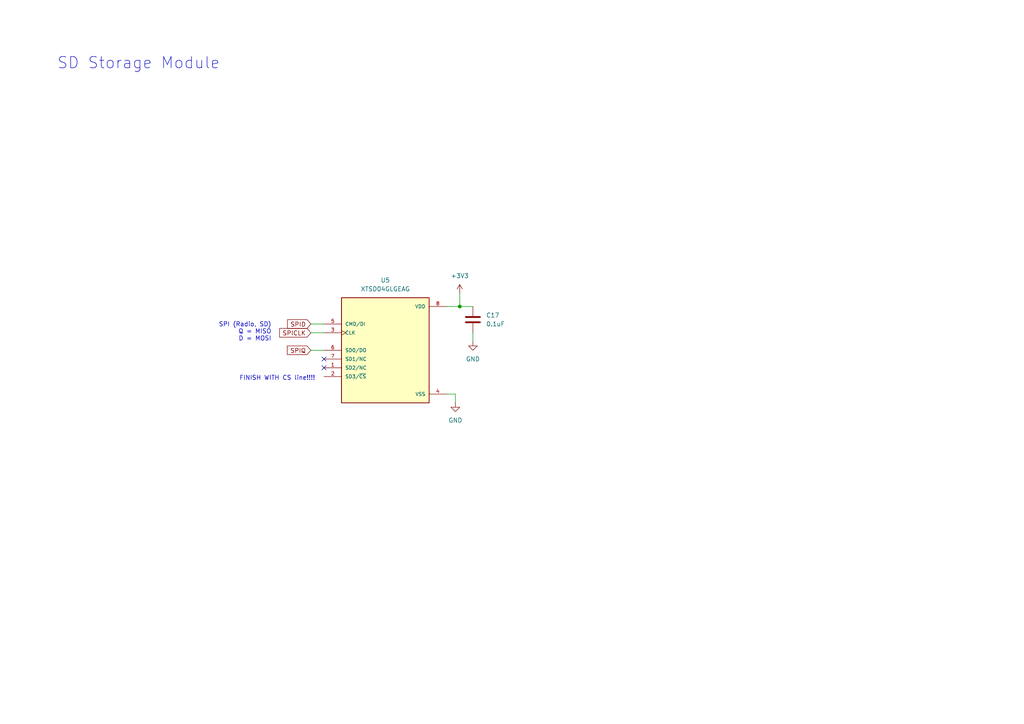
<source format=kicad_sch>
(kicad_sch (version 20230121) (generator eeschema)

  (uuid 8f909c02-8151-4447-a70a-796f68527247)

  (paper "A4")

  (lib_symbols
    (symbol "Device:C" (pin_numbers hide) (pin_names (offset 0.254)) (in_bom yes) (on_board yes)
      (property "Reference" "C" (at 0.635 2.54 0)
        (effects (font (size 1.27 1.27)) (justify left))
      )
      (property "Value" "C" (at 0.635 -2.54 0)
        (effects (font (size 1.27 1.27)) (justify left))
      )
      (property "Footprint" "" (at 0.9652 -3.81 0)
        (effects (font (size 1.27 1.27)) hide)
      )
      (property "Datasheet" "~" (at 0 0 0)
        (effects (font (size 1.27 1.27)) hide)
      )
      (property "ki_keywords" "cap capacitor" (at 0 0 0)
        (effects (font (size 1.27 1.27)) hide)
      )
      (property "ki_description" "Unpolarized capacitor" (at 0 0 0)
        (effects (font (size 1.27 1.27)) hide)
      )
      (property "ki_fp_filters" "C_*" (at 0 0 0)
        (effects (font (size 1.27 1.27)) hide)
      )
      (symbol "C_0_1"
        (polyline
          (pts
            (xy -2.032 -0.762)
            (xy 2.032 -0.762)
          )
          (stroke (width 0.508) (type default))
          (fill (type none))
        )
        (polyline
          (pts
            (xy -2.032 0.762)
            (xy 2.032 0.762)
          )
          (stroke (width 0.508) (type default))
          (fill (type none))
        )
      )
      (symbol "C_1_1"
        (pin passive line (at 0 3.81 270) (length 2.794)
          (name "~" (effects (font (size 1.27 1.27))))
          (number "1" (effects (font (size 1.27 1.27))))
        )
        (pin passive line (at 0 -3.81 90) (length 2.794)
          (name "~" (effects (font (size 1.27 1.27))))
          (number "2" (effects (font (size 1.27 1.27))))
        )
      )
    )
    (symbol "XTSD04GLGEAG:XTSD04GLGEAG" (pin_names (offset 1.016)) (in_bom yes) (on_board yes)
      (property "Reference" "U" (at -12.7 16.002 0)
        (effects (font (size 1.27 1.27)) (justify left bottom))
      )
      (property "Value" "XTSD04GLGEAG" (at -12.7 -17.78 0)
        (effects (font (size 1.27 1.27)) (justify left bottom))
      )
      (property "Footprint" "SON127P600X800X95-8N" (at 0 0 0)
        (effects (font (size 1.27 1.27)) (justify left bottom) hide)
      )
      (property "Datasheet" "" (at 0 0 0)
        (effects (font (size 1.27 1.27)) (justify left bottom) hide)
      )
      (property "MF" "XTX" (at 0 0 0)
        (effects (font (size 1.27 1.27)) (justify left bottom) hide)
      )
      (property "MAXIMUM_PACKAGE_HEIGHT" "0.95 mm" (at 0 0 0)
        (effects (font (size 1.27 1.27)) (justify left bottom) hide)
      )
      (property "Package" "Package" (at 0 0 0)
        (effects (font (size 1.27 1.27)) (justify left bottom) hide)
      )
      (property "Price" "None" (at 0 0 0)
        (effects (font (size 1.27 1.27)) (justify left bottom) hide)
      )
      (property "Check_prices" "https://www.snapeda.com/parts/XTSD04GLGEAG/XTX/view-part/?ref=eda" (at 0 0 0)
        (effects (font (size 1.27 1.27)) (justify left bottom) hide)
      )
      (property "STANDARD" "IPC-7351B" (at 0 0 0)
        (effects (font (size 1.27 1.27)) (justify left bottom) hide)
      )
      (property "PARTREV" "3.1" (at 0 0 0)
        (effects (font (size 1.27 1.27)) (justify left bottom) hide)
      )
      (property "SnapEDA_Link" "https://www.snapeda.com/parts/XTSD04GLGEAG/XTX/view-part/?ref=snap" (at 0 0 0)
        (effects (font (size 1.27 1.27)) (justify left bottom) hide)
      )
      (property "MP" "XTSD04GLGEAG" (at 0 0 0)
        (effects (font (size 1.27 1.27)) (justify left bottom) hide)
      )
      (property "Description" "\\nFlash Memory Card 4Gbit 2.7V to 3.6V SD Card 8-Pin LGA\\n" (at 0 0 0)
        (effects (font (size 1.27 1.27)) (justify left bottom) hide)
      )
      (property "MANUFACTURER" "XTX" (at 0 0 0)
        (effects (font (size 1.27 1.27)) (justify left bottom) hide)
      )
      (property "Availability" "Not in stock" (at 0 0 0)
        (effects (font (size 1.27 1.27)) (justify left bottom) hide)
      )
      (property "SNAPEDA_PN" "XTSD04GLGEAG" (at 0 0 0)
        (effects (font (size 1.27 1.27)) (justify left bottom) hide)
      )
      (property "ki_locked" "" (at 0 0 0)
        (effects (font (size 1.27 1.27)))
      )
      (symbol "XTSD04GLGEAG_0_0"
        (rectangle (start -12.7 -15.24) (end 12.7 15.24)
          (stroke (width 0.254) (type solid))
          (fill (type background))
        )
        (pin bidirectional line (at -17.78 -5.08 0) (length 5.08)
          (name "SD2/NC" (effects (font (size 1.016 1.016))))
          (number "1" (effects (font (size 1.016 1.016))))
        )
        (pin bidirectional line (at -17.78 -7.62 0) (length 5.08)
          (name "SD3/~{CS}" (effects (font (size 1.016 1.016))))
          (number "2" (effects (font (size 1.016 1.016))))
        )
        (pin input clock (at -17.78 5.08 0) (length 5.08)
          (name "CLK" (effects (font (size 1.016 1.016))))
          (number "3" (effects (font (size 1.016 1.016))))
        )
        (pin power_in line (at 17.78 -12.7 180) (length 5.08)
          (name "VSS" (effects (font (size 1.016 1.016))))
          (number "4" (effects (font (size 1.016 1.016))))
        )
        (pin input line (at -17.78 7.62 0) (length 5.08)
          (name "CMD/DI" (effects (font (size 1.016 1.016))))
          (number "5" (effects (font (size 1.016 1.016))))
        )
        (pin bidirectional line (at -17.78 0 0) (length 5.08)
          (name "SD0/DO" (effects (font (size 1.016 1.016))))
          (number "6" (effects (font (size 1.016 1.016))))
        )
        (pin bidirectional line (at -17.78 -2.54 0) (length 5.08)
          (name "SD1/NC" (effects (font (size 1.016 1.016))))
          (number "7" (effects (font (size 1.016 1.016))))
        )
        (pin power_in line (at 17.78 12.7 180) (length 5.08)
          (name "VDD" (effects (font (size 1.016 1.016))))
          (number "8" (effects (font (size 1.016 1.016))))
        )
      )
    )
    (symbol "power:+3V3" (power) (pin_names (offset 0)) (in_bom yes) (on_board yes)
      (property "Reference" "#PWR" (at 0 -3.81 0)
        (effects (font (size 1.27 1.27)) hide)
      )
      (property "Value" "+3V3" (at 0 3.556 0)
        (effects (font (size 1.27 1.27)))
      )
      (property "Footprint" "" (at 0 0 0)
        (effects (font (size 1.27 1.27)) hide)
      )
      (property "Datasheet" "" (at 0 0 0)
        (effects (font (size 1.27 1.27)) hide)
      )
      (property "ki_keywords" "global power" (at 0 0 0)
        (effects (font (size 1.27 1.27)) hide)
      )
      (property "ki_description" "Power symbol creates a global label with name \"+3V3\"" (at 0 0 0)
        (effects (font (size 1.27 1.27)) hide)
      )
      (symbol "+3V3_0_1"
        (polyline
          (pts
            (xy -0.762 1.27)
            (xy 0 2.54)
          )
          (stroke (width 0) (type default))
          (fill (type none))
        )
        (polyline
          (pts
            (xy 0 0)
            (xy 0 2.54)
          )
          (stroke (width 0) (type default))
          (fill (type none))
        )
        (polyline
          (pts
            (xy 0 2.54)
            (xy 0.762 1.27)
          )
          (stroke (width 0) (type default))
          (fill (type none))
        )
      )
      (symbol "+3V3_1_1"
        (pin power_in line (at 0 0 90) (length 0) hide
          (name "+3V3" (effects (font (size 1.27 1.27))))
          (number "1" (effects (font (size 1.27 1.27))))
        )
      )
    )
    (symbol "power:GND" (power) (pin_names (offset 0)) (in_bom yes) (on_board yes)
      (property "Reference" "#PWR" (at 0 -6.35 0)
        (effects (font (size 1.27 1.27)) hide)
      )
      (property "Value" "GND" (at 0 -3.81 0)
        (effects (font (size 1.27 1.27)))
      )
      (property "Footprint" "" (at 0 0 0)
        (effects (font (size 1.27 1.27)) hide)
      )
      (property "Datasheet" "" (at 0 0 0)
        (effects (font (size 1.27 1.27)) hide)
      )
      (property "ki_keywords" "global power" (at 0 0 0)
        (effects (font (size 1.27 1.27)) hide)
      )
      (property "ki_description" "Power symbol creates a global label with name \"GND\" , ground" (at 0 0 0)
        (effects (font (size 1.27 1.27)) hide)
      )
      (symbol "GND_0_1"
        (polyline
          (pts
            (xy 0 0)
            (xy 0 -1.27)
            (xy 1.27 -1.27)
            (xy 0 -2.54)
            (xy -1.27 -1.27)
            (xy 0 -1.27)
          )
          (stroke (width 0) (type default))
          (fill (type none))
        )
      )
      (symbol "GND_1_1"
        (pin power_in line (at 0 0 270) (length 0) hide
          (name "GND" (effects (font (size 1.27 1.27))))
          (number "1" (effects (font (size 1.27 1.27))))
        )
      )
    )
  )

  (junction (at 133.35 88.9) (diameter 0) (color 0 0 0 0)
    (uuid a4d336d2-bb79-40e6-884d-d84e033d1b64)
  )

  (no_connect (at 93.98 104.14) (uuid 51cdb33d-f675-4d7c-99c3-6fd92c2e58ba))
  (no_connect (at 93.98 106.68) (uuid d54f85ae-0a21-471f-ad7a-dcbaaa9b6a71))

  (wire (pts (xy 133.35 88.9) (xy 137.16 88.9))
    (stroke (width 0) (type default))
    (uuid 0adab864-837e-4bb2-81b1-d29018d381ec)
  )
  (wire (pts (xy 129.54 114.3) (xy 132.08 114.3))
    (stroke (width 0) (type default))
    (uuid 0d063222-f1bc-48f8-ab20-669d09bd8fc0)
  )
  (wire (pts (xy 133.35 85.09) (xy 133.35 88.9))
    (stroke (width 0) (type default))
    (uuid 273cc291-3540-4aa8-bb94-7a5b47b4adfc)
  )
  (wire (pts (xy 90.17 96.52) (xy 93.98 96.52))
    (stroke (width 0) (type default))
    (uuid 44c3bc0b-e2df-43c5-99c9-1939a92bf05d)
  )
  (wire (pts (xy 133.35 88.9) (xy 129.54 88.9))
    (stroke (width 0) (type default))
    (uuid 833659a5-1fae-43c4-ad25-70ce4f4b62c6)
  )
  (wire (pts (xy 137.16 96.52) (xy 137.16 99.06))
    (stroke (width 0) (type default))
    (uuid bc11b8a0-c715-4fb6-8a43-5107a99f5139)
  )
  (wire (pts (xy 90.17 93.98) (xy 93.98 93.98))
    (stroke (width 0) (type default))
    (uuid c844dfbc-1b44-4235-b64e-714876030755)
  )
  (wire (pts (xy 90.17 101.6) (xy 93.98 101.6))
    (stroke (width 0) (type default))
    (uuid dc37a474-afbb-448a-87df-7fe8cad2df19)
  )
  (wire (pts (xy 132.08 114.3) (xy 132.08 116.84))
    (stroke (width 0) (type default))
    (uuid e165f648-fea6-4cd1-a9fc-e9f6707fb63e)
  )

  (text "SD Storage Module" (at 16.51 20.32 0)
    (effects (font (size 3.27 3.27)) (justify left bottom))
    (uuid 3afe8baa-b941-4f21-a422-13373865c459)
  )
  (text "SPI (Radio, SD)\nQ = MISO\nD = MOSI\n" (at 78.74 99.06 0)
    (effects (font (size 1.27 1.27)) (justify right bottom))
    (uuid 542a75de-73b2-403e-89b8-b831d12ead5a)
  )
  (text "FINISH WITH CS line!!!!" (at 91.44 110.49 0)
    (effects (font (size 1.27 1.27)) (justify right bottom))
    (uuid 98f2f81c-fa5a-4307-a9a1-3c42dd3cd6de)
  )

  (global_label "SPID" (shape input) (at 90.17 93.98 180) (fields_autoplaced)
    (effects (font (size 1.27 1.27)) (justify right))
    (uuid 51d62335-635e-42e8-b926-cb4066473fc3)
    (property "Intersheetrefs" "${INTERSHEET_REFS}" (at 83.5641 93.98 0)
      (effects (font (size 1.27 1.27)) (justify right) hide)
    )
  )
  (global_label "SPIQ" (shape input) (at 90.17 101.6 180) (fields_autoplaced)
    (effects (font (size 1.27 1.27)) (justify right))
    (uuid 58505428-17be-4706-aa34-8a71351797d9)
    (property "Intersheetrefs" "${INTERSHEET_REFS}" (at 83.5036 101.6 0)
      (effects (font (size 1.27 1.27)) (justify right) hide)
    )
  )
  (global_label "SPICLK" (shape input) (at 90.17 96.52 180) (fields_autoplaced)
    (effects (font (size 1.27 1.27)) (justify right))
    (uuid 83fa5eb3-de69-43ca-bc50-4209c41b2821)
    (property "Intersheetrefs" "${INTERSHEET_REFS}" (at 81.266 96.52 0)
      (effects (font (size 1.27 1.27)) (justify right) hide)
    )
  )

  (symbol (lib_id "power:GND") (at 137.16 99.06 0) (unit 1)
    (in_bom yes) (on_board yes) (dnp no) (fields_autoplaced)
    (uuid 07a5864a-89e5-4933-a219-d8e237bd0dee)
    (property "Reference" "#PWR016" (at 137.16 105.41 0)
      (effects (font (size 1.27 1.27)) hide)
    )
    (property "Value" "GND" (at 137.16 104.14 0)
      (effects (font (size 1.27 1.27)))
    )
    (property "Footprint" "" (at 137.16 99.06 0)
      (effects (font (size 1.27 1.27)) hide)
    )
    (property "Datasheet" "" (at 137.16 99.06 0)
      (effects (font (size 1.27 1.27)) hide)
    )
    (pin "1" (uuid 0cb68715-9cba-4adb-8e4b-54aae6d70ef6))
    (instances
      (project "AvionicsV0"
        (path "/e63e39d7-6ac0-4ffd-8aa3-1841a4541b55/fe560797-7d9a-44b2-a446-e4f165a2bc7b"
          (reference "#PWR016") (unit 1)
        )
      )
    )
  )

  (symbol (lib_id "Device:C") (at 137.16 92.71 0) (unit 1)
    (in_bom yes) (on_board yes) (dnp no) (fields_autoplaced)
    (uuid 597871a0-3bfd-4f84-8ffa-bd1d7d4ab55d)
    (property "Reference" "C17" (at 140.97 91.44 0)
      (effects (font (size 1.27 1.27)) (justify left))
    )
    (property "Value" "0.1uF" (at 140.97 93.98 0)
      (effects (font (size 1.27 1.27)) (justify left))
    )
    (property "Footprint" "" (at 138.1252 96.52 0)
      (effects (font (size 1.27 1.27)) hide)
    )
    (property "Datasheet" "~" (at 137.16 92.71 0)
      (effects (font (size 1.27 1.27)) hide)
    )
    (pin "1" (uuid ea798b18-1659-4e22-8076-012c73daaa54))
    (pin "2" (uuid 650c9be5-6aeb-4913-ab33-6377a319c42f))
    (instances
      (project "AvionicsV0"
        (path "/e63e39d7-6ac0-4ffd-8aa3-1841a4541b55/fe560797-7d9a-44b2-a446-e4f165a2bc7b"
          (reference "C17") (unit 1)
        )
      )
    )
  )

  (symbol (lib_id "power:GND") (at 132.08 116.84 0) (unit 1)
    (in_bom yes) (on_board yes) (dnp no) (fields_autoplaced)
    (uuid 717a10a6-c18b-4af9-b593-de3de33145f1)
    (property "Reference" "#PWR014" (at 132.08 123.19 0)
      (effects (font (size 1.27 1.27)) hide)
    )
    (property "Value" "GND" (at 132.08 121.92 0)
      (effects (font (size 1.27 1.27)))
    )
    (property "Footprint" "" (at 132.08 116.84 0)
      (effects (font (size 1.27 1.27)) hide)
    )
    (property "Datasheet" "" (at 132.08 116.84 0)
      (effects (font (size 1.27 1.27)) hide)
    )
    (pin "1" (uuid 0c5c4685-5a9f-49d1-a75b-4cb7e0bbba90))
    (instances
      (project "AvionicsV0"
        (path "/e63e39d7-6ac0-4ffd-8aa3-1841a4541b55/fe560797-7d9a-44b2-a446-e4f165a2bc7b"
          (reference "#PWR014") (unit 1)
        )
      )
    )
  )

  (symbol (lib_id "power:+3V3") (at 133.35 85.09 0) (unit 1)
    (in_bom yes) (on_board yes) (dnp no) (fields_autoplaced)
    (uuid a92be804-4457-448b-b778-66928740e74d)
    (property "Reference" "#PWR015" (at 133.35 88.9 0)
      (effects (font (size 1.27 1.27)) hide)
    )
    (property "Value" "+3V3" (at 133.35 80.01 0)
      (effects (font (size 1.27 1.27)))
    )
    (property "Footprint" "" (at 133.35 85.09 0)
      (effects (font (size 1.27 1.27)) hide)
    )
    (property "Datasheet" "" (at 133.35 85.09 0)
      (effects (font (size 1.27 1.27)) hide)
    )
    (pin "1" (uuid 1a917b4b-4eb2-4c8f-a18f-72967e4c784e))
    (instances
      (project "AvionicsV0"
        (path "/e63e39d7-6ac0-4ffd-8aa3-1841a4541b55/fe560797-7d9a-44b2-a446-e4f165a2bc7b"
          (reference "#PWR015") (unit 1)
        )
      )
    )
  )

  (symbol (lib_id "XTSD04GLGEAG:XTSD04GLGEAG") (at 111.76 101.6 0) (unit 1)
    (in_bom yes) (on_board yes) (dnp no) (fields_autoplaced)
    (uuid b9aa911c-f0d2-4dec-a3f3-93fe780ddc83)
    (property "Reference" "U5" (at 111.76 81.28 0)
      (effects (font (size 1.27 1.27)))
    )
    (property "Value" "XTSD04GLGEAG" (at 111.76 83.82 0)
      (effects (font (size 1.27 1.27)))
    )
    (property "Footprint" "SON127P600X800X95-8N" (at 111.76 101.6 0)
      (effects (font (size 1.27 1.27)) (justify left bottom) hide)
    )
    (property "Datasheet" "" (at 111.76 101.6 0)
      (effects (font (size 1.27 1.27)) (justify left bottom) hide)
    )
    (property "MF" "XTX" (at 111.76 101.6 0)
      (effects (font (size 1.27 1.27)) (justify left bottom) hide)
    )
    (property "MAXIMUM_PACKAGE_HEIGHT" "0.95 mm" (at 111.76 101.6 0)
      (effects (font (size 1.27 1.27)) (justify left bottom) hide)
    )
    (property "Package" "Package" (at 111.76 101.6 0)
      (effects (font (size 1.27 1.27)) (justify left bottom) hide)
    )
    (property "Price" "None" (at 111.76 101.6 0)
      (effects (font (size 1.27 1.27)) (justify left bottom) hide)
    )
    (property "Check_prices" "https://www.snapeda.com/parts/XTSD04GLGEAG/XTX/view-part/?ref=eda" (at 111.76 101.6 0)
      (effects (font (size 1.27 1.27)) (justify left bottom) hide)
    )
    (property "STANDARD" "IPC-7351B" (at 111.76 101.6 0)
      (effects (font (size 1.27 1.27)) (justify left bottom) hide)
    )
    (property "PARTREV" "3.1" (at 111.76 101.6 0)
      (effects (font (size 1.27 1.27)) (justify left bottom) hide)
    )
    (property "SnapEDA_Link" "https://www.snapeda.com/parts/XTSD04GLGEAG/XTX/view-part/?ref=snap" (at 111.76 101.6 0)
      (effects (font (size 1.27 1.27)) (justify left bottom) hide)
    )
    (property "MP" "XTSD04GLGEAG" (at 111.76 101.6 0)
      (effects (font (size 1.27 1.27)) (justify left bottom) hide)
    )
    (property "Description" "\\nFlash Memory Card 4Gbit 2.7V to 3.6V SD Card 8-Pin LGA\\n" (at 111.76 101.6 0)
      (effects (font (size 1.27 1.27)) (justify left bottom) hide)
    )
    (property "MANUFACTURER" "XTX" (at 111.76 101.6 0)
      (effects (font (size 1.27 1.27)) (justify left bottom) hide)
    )
    (property "Availability" "Not in stock" (at 111.76 101.6 0)
      (effects (font (size 1.27 1.27)) (justify left bottom) hide)
    )
    (property "SNAPEDA_PN" "XTSD04GLGEAG" (at 111.76 101.6 0)
      (effects (font (size 1.27 1.27)) (justify left bottom) hide)
    )
    (pin "1" (uuid 6442f9e8-04ed-4ada-83b0-2530f9fbc0ab))
    (pin "2" (uuid e4c01900-6903-432e-b2d5-81202aa411c7))
    (pin "3" (uuid ef5575bb-66a7-4a9d-b69f-e4271fc8f8de))
    (pin "4" (uuid 437f5794-38e6-40e9-9b8c-b58a8939126e))
    (pin "5" (uuid b14d041e-ab0e-47c6-aa46-74ff353a0a32))
    (pin "6" (uuid 29c82a4f-93c4-4268-abca-f90aad2ad0f1))
    (pin "7" (uuid b20ed40b-2f1d-48e5-811e-6f177785fca1))
    (pin "8" (uuid 74b95798-c97f-4410-a133-51864c89f117))
    (instances
      (project "AvionicsV0"
        (path "/e63e39d7-6ac0-4ffd-8aa3-1841a4541b55/fe560797-7d9a-44b2-a446-e4f165a2bc7b"
          (reference "U5") (unit 1)
        )
      )
    )
  )
)

</source>
